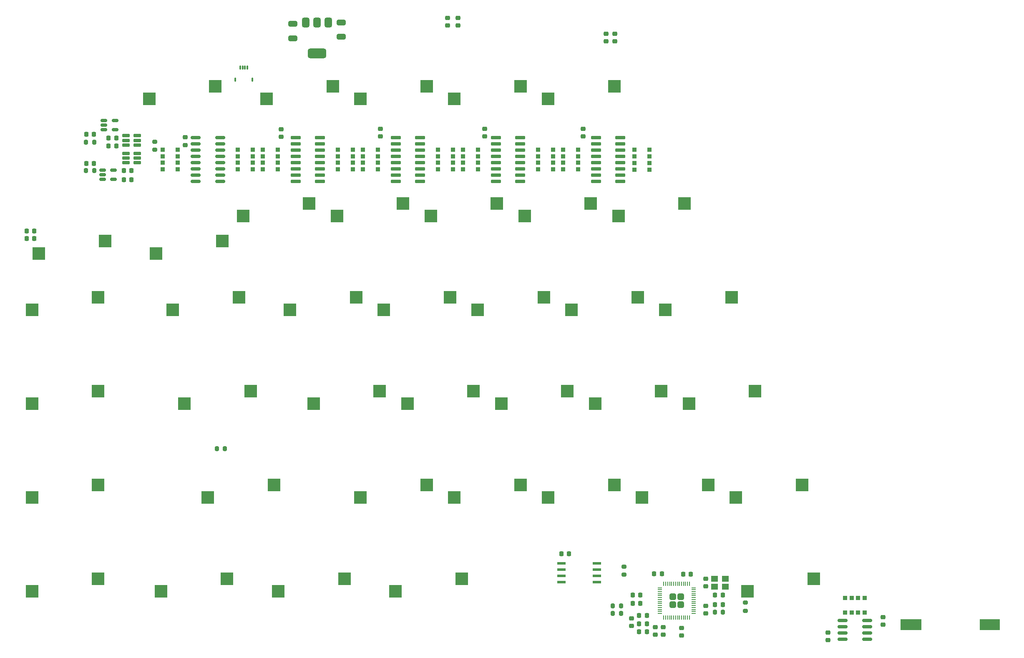
<source format=gbr>
%TF.GenerationSoftware,KiCad,Pcbnew,8.0.4*%
%TF.CreationDate,2024-10-18T15:07:03-05:00*%
%TF.ProjectId,numlocked_shift,6e756d6c-6f63-46b6-9564-5f7368696674,rev?*%
%TF.SameCoordinates,Original*%
%TF.FileFunction,Paste,Bot*%
%TF.FilePolarity,Positive*%
%FSLAX46Y46*%
G04 Gerber Fmt 4.6, Leading zero omitted, Abs format (unit mm)*
G04 Created by KiCad (PCBNEW 8.0.4) date 2024-10-18 15:07:03*
%MOMM*%
%LPD*%
G01*
G04 APERTURE LIST*
G04 Aperture macros list*
%AMRoundRect*
0 Rectangle with rounded corners*
0 $1 Rounding radius*
0 $2 $3 $4 $5 $6 $7 $8 $9 X,Y pos of 4 corners*
0 Add a 4 corners polygon primitive as box body*
4,1,4,$2,$3,$4,$5,$6,$7,$8,$9,$2,$3,0*
0 Add four circle primitives for the rounded corners*
1,1,$1+$1,$2,$3*
1,1,$1+$1,$4,$5*
1,1,$1+$1,$6,$7*
1,1,$1+$1,$8,$9*
0 Add four rect primitives between the rounded corners*
20,1,$1+$1,$2,$3,$4,$5,0*
20,1,$1+$1,$4,$5,$6,$7,0*
20,1,$1+$1,$6,$7,$8,$9,0*
20,1,$1+$1,$8,$9,$2,$3,0*%
G04 Aperture macros list end*
%ADD10R,2.550000X2.500000*%
%ADD11RoundRect,0.150000X-0.512500X-0.150000X0.512500X-0.150000X0.512500X0.150000X-0.512500X0.150000X0*%
%ADD12RoundRect,0.250000X-0.650000X0.325000X-0.650000X-0.325000X0.650000X-0.325000X0.650000X0.325000X0*%
%ADD13RoundRect,0.225000X0.225000X0.250000X-0.225000X0.250000X-0.225000X-0.250000X0.225000X-0.250000X0*%
%ADD14R,0.900000X0.900000*%
%ADD15R,4.350000X2.300000*%
%ADD16R,4.040000X2.300000*%
%ADD17RoundRect,0.225000X0.250000X-0.225000X0.250000X0.225000X-0.250000X0.225000X-0.250000X-0.225000X0*%
%ADD18RoundRect,0.225000X-0.250000X0.225000X-0.250000X-0.225000X0.250000X-0.225000X0.250000X0.225000X0*%
%ADD19RoundRect,0.075000X0.910000X0.225000X-0.910000X0.225000X-0.910000X-0.225000X0.910000X-0.225000X0*%
%ADD20RoundRect,0.072500X0.732500X0.217500X-0.732500X0.217500X-0.732500X-0.217500X0.732500X-0.217500X0*%
%ADD21RoundRect,0.200000X-0.200000X-0.275000X0.200000X-0.275000X0.200000X0.275000X-0.200000X0.275000X0*%
%ADD22RoundRect,0.150000X0.650000X0.150000X-0.650000X0.150000X-0.650000X-0.150000X0.650000X-0.150000X0*%
%ADD23RoundRect,0.225000X-0.225000X-0.250000X0.225000X-0.250000X0.225000X0.250000X-0.225000X0.250000X0*%
%ADD24RoundRect,0.200000X0.200000X0.275000X-0.200000X0.275000X-0.200000X-0.275000X0.200000X-0.275000X0*%
%ADD25RoundRect,0.075000X0.075000X0.325000X-0.075000X0.325000X-0.075000X-0.325000X0.075000X-0.325000X0*%
%ADD26RoundRect,0.100000X0.100000X0.300000X-0.100000X0.300000X-0.100000X-0.300000X0.100000X-0.300000X0*%
%ADD27RoundRect,0.249999X-0.395001X0.395001X-0.395001X-0.395001X0.395001X-0.395001X0.395001X0.395001X0*%
%ADD28RoundRect,0.050000X-0.050000X0.387500X-0.050000X-0.387500X0.050000X-0.387500X0.050000X0.387500X0*%
%ADD29RoundRect,0.050000X-0.387500X0.050000X-0.387500X-0.050000X0.387500X-0.050000X0.387500X0.050000X0*%
%ADD30RoundRect,0.200000X-0.275000X0.200000X-0.275000X-0.200000X0.275000X-0.200000X0.275000X0.200000X0*%
%ADD31RoundRect,0.375000X-0.375000X0.625000X-0.375000X-0.625000X0.375000X-0.625000X0.375000X0.625000X0*%
%ADD32RoundRect,0.500000X-1.400000X0.500000X-1.400000X-0.500000X1.400000X-0.500000X1.400000X0.500000X0*%
%ADD33R,1.400000X1.200000*%
%ADD34RoundRect,0.150000X-0.825000X-0.150000X0.825000X-0.150000X0.825000X0.150000X-0.825000X0.150000X0*%
%ADD35RoundRect,0.150000X0.850000X0.150000X-0.850000X0.150000X-0.850000X-0.150000X0.850000X-0.150000X0*%
G04 APERTURE END LIST*
D10*
%TO.C,S32*%
X150019200Y-69951600D03*
X163444200Y-67411600D03*
%TD*%
%TO.C,S38*%
X30956700Y-146151600D03*
X44381700Y-143611600D03*
%TD*%
%TO.C,S36*%
X30956700Y-89001600D03*
X44381700Y-86461600D03*
%TD*%
%TO.C,S4*%
X78581700Y-46139100D03*
X92006700Y-43599100D03*
%TD*%
%TO.C,S31*%
X159544200Y-89001600D03*
X172969200Y-86461600D03*
%TD*%
%TO.C,S20*%
X116681700Y-46139100D03*
X130106700Y-43599100D03*
%TD*%
%TO.C,S2*%
X73819200Y-69951600D03*
X87244200Y-67411600D03*
%TD*%
%TO.C,S35*%
X30956700Y-127101600D03*
X44381700Y-124561600D03*
%TD*%
%TO.C,S8*%
X66675450Y-127101600D03*
X80100450Y-124561600D03*
%TD*%
%TO.C,S30*%
X164306700Y-108051600D03*
X177731700Y-105511600D03*
%TD*%
%TO.C,S37*%
X45776700Y-75031600D03*
X32351700Y-77571600D03*
%TD*%
%TO.C,S33*%
X176212950Y-146151600D03*
X189637950Y-143611600D03*
%TD*%
%TO.C,S10*%
X92869200Y-69951600D03*
X106294200Y-67411600D03*
%TD*%
%TO.C,S25*%
X126206700Y-108051600D03*
X139631700Y-105511600D03*
%TD*%
%TO.C,S24*%
X130969200Y-69951600D03*
X144394200Y-67411600D03*
%TD*%
%TO.C,S21*%
X135731700Y-46139100D03*
X149156700Y-43599100D03*
%TD*%
%TO.C,S14*%
X97631700Y-127101600D03*
X111056700Y-124561600D03*
%TD*%
%TO.C,S29*%
X173831700Y-127101600D03*
X187256700Y-124561600D03*
%TD*%
%TO.C,S19*%
X102394200Y-89001600D03*
X115819200Y-86461600D03*
%TD*%
%TO.C,S1*%
X69589200Y-75031600D03*
X56164200Y-77571600D03*
%TD*%
%TO.C,S34*%
X30956700Y-108051600D03*
X44381700Y-105511600D03*
%TD*%
%TO.C,S26*%
X145256700Y-108051600D03*
X158681700Y-105511600D03*
%TD*%
%TO.C,S11*%
X57150450Y-146151600D03*
X70575450Y-143611600D03*
%TD*%
%TO.C,S15*%
X88106700Y-108051600D03*
X101531700Y-105511600D03*
%TD*%
%TO.C,S9*%
X80962950Y-146151600D03*
X94387950Y-143611600D03*
%TD*%
%TO.C,S6*%
X59531700Y-89001600D03*
X72956700Y-86461600D03*
%TD*%
%TO.C,S17*%
X116681700Y-127101600D03*
X130106700Y-124561600D03*
%TD*%
%TO.C,S28*%
X154781700Y-127101600D03*
X168206700Y-124561600D03*
%TD*%
%TO.C,S7*%
X61912950Y-108051600D03*
X75337950Y-105511600D03*
%TD*%
%TO.C,S3*%
X54769200Y-46139100D03*
X68194200Y-43599100D03*
%TD*%
%TO.C,S16*%
X107156700Y-108051600D03*
X120581700Y-105511600D03*
%TD*%
%TO.C,S18*%
X111919200Y-69951600D03*
X125344200Y-67411600D03*
%TD*%
%TO.C,S5*%
X97631700Y-46139100D03*
X111056700Y-43599100D03*
%TD*%
%TO.C,S27*%
X135731700Y-127101600D03*
X149156700Y-124561600D03*
%TD*%
%TO.C,S12*%
X104775450Y-146151600D03*
X118200450Y-143611600D03*
%TD*%
%TO.C,S13*%
X83344200Y-89001600D03*
X96769200Y-86461600D03*
%TD*%
%TO.C,S23*%
X140494200Y-89001600D03*
X153919200Y-86461600D03*
%TD*%
%TO.C,S22*%
X121444200Y-89001600D03*
X134869200Y-86461600D03*
%TD*%
D11*
%TO.C,U12*%
X45262500Y-62550000D03*
X45262500Y-61600000D03*
X45262500Y-60650000D03*
X47537500Y-60650000D03*
X47537500Y-62550000D03*
%TD*%
D12*
%TO.C,C16*%
X83900000Y-30925000D03*
X83900000Y-33875000D03*
%TD*%
D13*
%TO.C,C29*%
X31425000Y-74500000D03*
X29875000Y-74500000D03*
%TD*%
D14*
%TO.C,RN9*%
X196000000Y-147500000D03*
X197340000Y-147500000D03*
X198660000Y-147500000D03*
X200000000Y-147500000D03*
X200000000Y-150500000D03*
X198660000Y-150500000D03*
X197340000Y-150500000D03*
X196000000Y-150500000D03*
%TD*%
D15*
%TO.C,BT1*%
X209385000Y-152900000D03*
D16*
X225350000Y-152900000D03*
%TD*%
D17*
%TO.C,C19*%
X117402700Y-31271400D03*
X117402700Y-29721400D03*
%TD*%
%TO.C,C25*%
X142800000Y-53810200D03*
X142800000Y-52260200D03*
%TD*%
D18*
%TO.C,C13*%
X167700000Y-143625000D03*
X167700000Y-145175000D03*
%TD*%
D17*
%TO.C,C22*%
X81500000Y-53875000D03*
X81500000Y-52325000D03*
%TD*%
%TO.C,C33*%
X203682600Y-152921000D03*
X203682600Y-151371000D03*
%TD*%
D18*
%TO.C,C31*%
X147500000Y-32975000D03*
X147500000Y-34525000D03*
%TD*%
D12*
%TO.C,C17*%
X93740000Y-30635000D03*
X93740000Y-33585000D03*
%TD*%
D19*
%TO.C,U4*%
X89444400Y-54051200D03*
X89444400Y-55321200D03*
X89444400Y-56591200D03*
X89444400Y-57861200D03*
X89444400Y-59131200D03*
X89444400Y-60401200D03*
X89444400Y-61671200D03*
X89444400Y-62941200D03*
X84494400Y-62941200D03*
X84494400Y-61671200D03*
X84494400Y-60401200D03*
X84494400Y-59131200D03*
X84494400Y-57861200D03*
X84494400Y-56591200D03*
X84494400Y-55321200D03*
X84494400Y-54051200D03*
%TD*%
D13*
%TO.C,C11*%
X155775000Y-152800000D03*
X154225000Y-152800000D03*
%TD*%
D14*
%TO.C,RN7*%
X141809400Y-56496200D03*
X141809400Y-57836200D03*
X141809400Y-59156200D03*
X141809400Y-60496200D03*
X138809400Y-60496200D03*
X138809400Y-59156200D03*
X138809400Y-57836200D03*
X138809400Y-56496200D03*
%TD*%
D20*
%TO.C,U2*%
X145641800Y-140487400D03*
X145641800Y-141757400D03*
X145641800Y-143027400D03*
X145641800Y-144297400D03*
X138431800Y-144297400D03*
X138431800Y-143027400D03*
X138431800Y-141757400D03*
X138431800Y-140487400D03*
%TD*%
D13*
%TO.C,C28*%
X31425000Y-73000000D03*
X29875000Y-73000000D03*
%TD*%
D21*
%TO.C,R2*%
X148882600Y-149123400D03*
X150532600Y-149123400D03*
%TD*%
D14*
%TO.C,RN6*%
X133729400Y-60496200D03*
X133729400Y-59156200D03*
X133729400Y-57836200D03*
X133729400Y-56496200D03*
X136729400Y-56496200D03*
X136729400Y-57836200D03*
X136729400Y-59156200D03*
X136729400Y-60496200D03*
%TD*%
%TO.C,RN8*%
X153262200Y-60521600D03*
X153262200Y-59181600D03*
X153262200Y-57861600D03*
X153262200Y-56521600D03*
X156262200Y-56521600D03*
X156262200Y-57861600D03*
X156262200Y-59181600D03*
X156262200Y-60521600D03*
%TD*%
D22*
%TO.C,U9*%
X52323200Y-53650000D03*
X52323200Y-54600000D03*
X52323200Y-55550000D03*
X50023200Y-55550000D03*
X50023200Y-54600000D03*
X50023200Y-53650000D03*
%TD*%
D14*
%TO.C,RN1*%
X80849400Y-56496200D03*
X80849400Y-57836200D03*
X80849400Y-59156200D03*
X80849400Y-60496200D03*
X77849400Y-60496200D03*
X77849400Y-59156200D03*
X77849400Y-57836200D03*
X77849400Y-56496200D03*
%TD*%
D23*
%TO.C,C26*%
X49625000Y-62600000D03*
X51175000Y-62600000D03*
%TD*%
D13*
%TO.C,C36*%
X48075000Y-54100000D03*
X46525000Y-54100000D03*
%TD*%
D23*
%TO.C,C35*%
X49625000Y-60750000D03*
X51175000Y-60750000D03*
%TD*%
D13*
%TO.C,C5*%
X155775000Y-154400000D03*
X154225000Y-154400000D03*
%TD*%
D21*
%TO.C,R3*%
X148882600Y-150672800D03*
X150532600Y-150672800D03*
%TD*%
D11*
%TO.C,U11*%
X45562500Y-52450000D03*
X45562500Y-51500000D03*
X45562500Y-50550000D03*
X47837500Y-50550000D03*
X47837500Y-52450000D03*
%TD*%
D21*
%TO.C,R4*%
X169575000Y-150400000D03*
X171225000Y-150400000D03*
%TD*%
D13*
%TO.C,C12*%
X155775000Y-151100000D03*
X154225000Y-151100000D03*
%TD*%
%TO.C,C2*%
X154445000Y-146964400D03*
X152895000Y-146964400D03*
%TD*%
D18*
%TO.C,C32*%
X192550000Y-154525000D03*
X192550000Y-156075000D03*
%TD*%
D24*
%TO.C,R10*%
X43575000Y-60750000D03*
X41925000Y-60750000D03*
%TD*%
D13*
%TO.C,C4*%
X154445000Y-148615400D03*
X152895000Y-148615400D03*
%TD*%
D14*
%TO.C,RN2*%
X93089400Y-60496200D03*
X93089400Y-59156200D03*
X93089400Y-57836200D03*
X93089400Y-56496200D03*
X96089400Y-56496200D03*
X96089400Y-57836200D03*
X96089400Y-59156200D03*
X96089400Y-60496200D03*
%TD*%
D18*
%TO.C,C1*%
X152700000Y-151625000D03*
X152700000Y-153175000D03*
%TD*%
D19*
%TO.C,U7*%
X150404400Y-54051200D03*
X150404400Y-55321200D03*
X150404400Y-56591200D03*
X150404400Y-57861200D03*
X150404400Y-59131200D03*
X150404400Y-60401200D03*
X150404400Y-61671200D03*
X150404400Y-62941200D03*
X145454400Y-62941200D03*
X145454400Y-61671200D03*
X145454400Y-60401200D03*
X145454400Y-59131200D03*
X145454400Y-57861200D03*
X145454400Y-56591200D03*
X145454400Y-55321200D03*
X145454400Y-54051200D03*
%TD*%
D25*
%TO.C,J8*%
X74714800Y-39800000D03*
X74214800Y-39800000D03*
X73714800Y-39800000D03*
X73214800Y-39800000D03*
D26*
X75714800Y-42300000D03*
X72214800Y-42300000D03*
%TD*%
D27*
%TO.C,U1*%
X162620200Y-147248100D03*
X161020200Y-147248100D03*
X162620200Y-148848100D03*
X161020200Y-148848100D03*
D28*
X159220200Y-144610600D03*
X159620200Y-144610600D03*
X160020200Y-144610600D03*
X160420200Y-144610600D03*
X160820200Y-144610600D03*
X161220200Y-144610600D03*
X161620200Y-144610600D03*
X162020200Y-144610600D03*
X162420200Y-144610600D03*
X162820200Y-144610600D03*
X163220200Y-144610600D03*
X163620200Y-144610600D03*
X164020200Y-144610600D03*
X164420200Y-144610600D03*
D29*
X165257700Y-145448100D03*
X165257700Y-145848100D03*
X165257700Y-146248100D03*
X165257700Y-146648100D03*
X165257700Y-147048100D03*
X165257700Y-147448100D03*
X165257700Y-147848100D03*
X165257700Y-148248100D03*
X165257700Y-148648100D03*
X165257700Y-149048100D03*
X165257700Y-149448100D03*
X165257700Y-149848100D03*
X165257700Y-150248100D03*
X165257700Y-150648100D03*
D28*
X164420200Y-151485600D03*
X164020200Y-151485600D03*
X163620200Y-151485600D03*
X163220200Y-151485600D03*
X162820200Y-151485600D03*
X162420200Y-151485600D03*
X162020200Y-151485600D03*
X161620200Y-151485600D03*
X161220200Y-151485600D03*
X160820200Y-151485600D03*
X160420200Y-151485600D03*
X160020200Y-151485600D03*
X159620200Y-151485600D03*
X159220200Y-151485600D03*
D29*
X158382700Y-150648100D03*
X158382700Y-150248100D03*
X158382700Y-149848100D03*
X158382700Y-149448100D03*
X158382700Y-149048100D03*
X158382700Y-148648100D03*
X158382700Y-148248100D03*
X158382700Y-147848100D03*
X158382700Y-147448100D03*
X158382700Y-147048100D03*
X158382700Y-146648100D03*
X158382700Y-146248100D03*
X158382700Y-145848100D03*
X158382700Y-145448100D03*
%TD*%
D30*
%TO.C,R6*%
X55900000Y-54875000D03*
X55900000Y-56525000D03*
%TD*%
D18*
%TO.C,C3*%
X167767000Y-149110400D03*
X167767000Y-150660400D03*
%TD*%
D13*
%TO.C,C34*%
X43525000Y-53400000D03*
X41975000Y-53400000D03*
%TD*%
D14*
%TO.C,RN11*%
X72769400Y-60496200D03*
X72769400Y-59156200D03*
X72769400Y-57836200D03*
X72769400Y-56496200D03*
X75769400Y-56496200D03*
X75769400Y-57836200D03*
X75769400Y-59156200D03*
X75769400Y-60496200D03*
%TD*%
D18*
%TO.C,C9*%
X157464200Y-153425000D03*
X157464200Y-154975000D03*
%TD*%
D14*
%TO.C,RN4*%
X113409400Y-60496200D03*
X113409400Y-59156200D03*
X113409400Y-57836200D03*
X113409400Y-56496200D03*
X116409400Y-56496200D03*
X116409400Y-57836200D03*
X116409400Y-59156200D03*
X116409400Y-60496200D03*
%TD*%
D13*
%TO.C,C27*%
X48075000Y-55700000D03*
X46525000Y-55700000D03*
%TD*%
D14*
%TO.C,RN3*%
X101169400Y-56496200D03*
X101169400Y-57836200D03*
X101169400Y-59156200D03*
X101169400Y-60496200D03*
X98169400Y-60496200D03*
X98169400Y-59156200D03*
X98169400Y-57836200D03*
X98169400Y-56496200D03*
%TD*%
D13*
%TO.C,C10*%
X158800000Y-142600000D03*
X157250000Y-142600000D03*
%TD*%
D18*
%TO.C,C38*%
X162800000Y-153625000D03*
X162800000Y-155175000D03*
%TD*%
D31*
%TO.C,U3*%
X86500000Y-30650000D03*
X88800000Y-30650000D03*
X91100000Y-30650000D03*
D32*
X88800000Y-36950000D03*
%TD*%
D33*
%TO.C,X1*%
X169500000Y-143600000D03*
X171700000Y-143600000D03*
X171700000Y-145200000D03*
X169500000Y-145200000D03*
%TD*%
D18*
%TO.C,C39*%
X62050000Y-53975000D03*
X62050000Y-55525000D03*
%TD*%
D34*
%TO.C,U10*%
X195518000Y-155905000D03*
X195518000Y-154635000D03*
X195518000Y-153365000D03*
X195518000Y-152095000D03*
X200468000Y-152095000D03*
X200468000Y-153365000D03*
X200468000Y-154635000D03*
X200468000Y-155905000D03*
%TD*%
D22*
%TO.C,U8*%
X52323200Y-57256000D03*
X52323200Y-58206000D03*
X52323200Y-59156000D03*
X50023200Y-59156000D03*
X50023200Y-58206000D03*
X50023200Y-57256000D03*
%TD*%
D19*
%TO.C,U5*%
X109764400Y-54051200D03*
X109764400Y-55321200D03*
X109764400Y-56591200D03*
X109764400Y-57861200D03*
X109764400Y-59131200D03*
X109764400Y-60401200D03*
X109764400Y-61671200D03*
X109764400Y-62941200D03*
X104814400Y-62941200D03*
X104814400Y-61671200D03*
X104814400Y-60401200D03*
X104814400Y-59131200D03*
X104814400Y-57861200D03*
X104814400Y-56591200D03*
X104814400Y-55321200D03*
X104814400Y-54051200D03*
%TD*%
D17*
%TO.C,C23*%
X101700000Y-53775000D03*
X101700000Y-52225000D03*
%TD*%
D30*
%TO.C,R5*%
X151114200Y-141165100D03*
X151114200Y-142815100D03*
%TD*%
D13*
%TO.C,C37*%
X43525000Y-59250000D03*
X41975000Y-59250000D03*
%TD*%
D35*
%TO.C,U13*%
X69149400Y-54051200D03*
X69149400Y-55321200D03*
X69149400Y-56591200D03*
X69149400Y-57861200D03*
X69149400Y-59131200D03*
X69149400Y-60401200D03*
X69149400Y-61671200D03*
X69149400Y-62941200D03*
X64149400Y-62941200D03*
X64149400Y-61671200D03*
X64149400Y-60401200D03*
X64149400Y-59131200D03*
X64149400Y-57861200D03*
X64149400Y-56591200D03*
X64149400Y-55321200D03*
X64149400Y-54051200D03*
%TD*%
D18*
%TO.C,C30*%
X149250000Y-32975000D03*
X149250000Y-34525000D03*
%TD*%
D23*
%TO.C,C7*%
X169633600Y-148844000D03*
X171183600Y-148844000D03*
%TD*%
D17*
%TO.C,C18*%
X115300000Y-31275000D03*
X115300000Y-29725000D03*
%TD*%
D14*
%TO.C,RN10*%
X60529400Y-56496200D03*
X60529400Y-57836200D03*
X60529400Y-59156200D03*
X60529400Y-60496200D03*
X57529400Y-60496200D03*
X57529400Y-59156200D03*
X57529400Y-57836200D03*
X57529400Y-56496200D03*
%TD*%
D17*
%TO.C,C24*%
X122900000Y-53775000D03*
X122900000Y-52225000D03*
%TD*%
D14*
%TO.C,RN5*%
X121489400Y-56496200D03*
X121489400Y-57836200D03*
X121489400Y-59156200D03*
X121489400Y-60496200D03*
X118489400Y-60496200D03*
X118489400Y-59156200D03*
X118489400Y-57836200D03*
X118489400Y-56496200D03*
%TD*%
D23*
%TO.C,C6*%
X163175000Y-142700000D03*
X164725000Y-142700000D03*
%TD*%
%TO.C,C14*%
X169625000Y-146900000D03*
X171175000Y-146900000D03*
%TD*%
%TO.C,C15*%
X138425000Y-138500000D03*
X139975000Y-138500000D03*
%TD*%
D19*
%TO.C,U6*%
X130084400Y-54051200D03*
X130084400Y-55321200D03*
X130084400Y-56591200D03*
X130084400Y-57861200D03*
X130084400Y-59131200D03*
X130084400Y-60401200D03*
X130084400Y-61671200D03*
X130084400Y-62941200D03*
X125134400Y-62941200D03*
X125134400Y-61671200D03*
X125134400Y-60401200D03*
X125134400Y-59131200D03*
X125134400Y-57861200D03*
X125134400Y-56591200D03*
X125134400Y-55321200D03*
X125134400Y-54051200D03*
%TD*%
D18*
%TO.C,C8*%
X159100000Y-153425000D03*
X159100000Y-154975000D03*
%TD*%
D30*
%TO.C,R8*%
X175800000Y-148475000D03*
X175800000Y-150125000D03*
%TD*%
D24*
%TO.C,R9*%
X43575000Y-55000000D03*
X41925000Y-55000000D03*
%TD*%
D21*
%TO.C,R11*%
X68475000Y-117200000D03*
X70125000Y-117200000D03*
%TD*%
M02*

</source>
